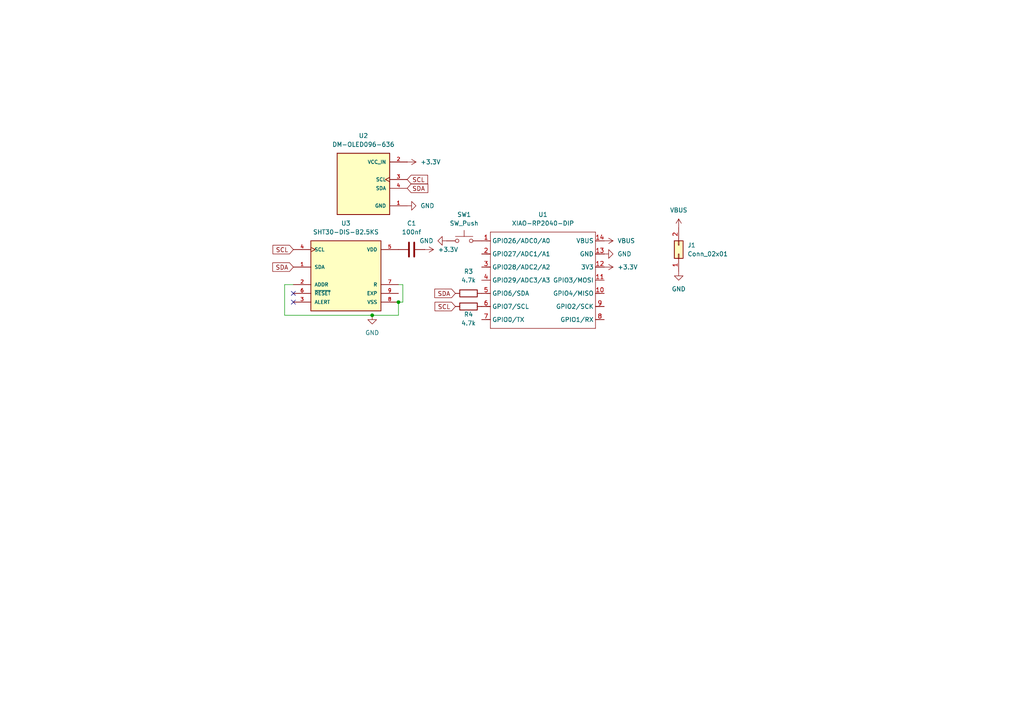
<source format=kicad_sch>
(kicad_sch
	(version 20250114)
	(generator "eeschema")
	(generator_version "9.0")
	(uuid "47070c1a-8710-4d4d-b69f-6d62c6b494f8")
	(paper "A4")
	(lib_symbols
		(symbol "Connector_Generic:Conn_02x01"
			(pin_names
				(offset 1.016)
				(hide yes)
			)
			(exclude_from_sim no)
			(in_bom yes)
			(on_board yes)
			(property "Reference" "J"
				(at 1.27 2.54 0)
				(effects
					(font
						(size 1.27 1.27)
					)
				)
			)
			(property "Value" "Conn_02x01"
				(at 1.27 -2.54 0)
				(effects
					(font
						(size 1.27 1.27)
					)
				)
			)
			(property "Footprint" ""
				(at 0 0 0)
				(effects
					(font
						(size 1.27 1.27)
					)
					(hide yes)
				)
			)
			(property "Datasheet" "~"
				(at 0 0 0)
				(effects
					(font
						(size 1.27 1.27)
					)
					(hide yes)
				)
			)
			(property "Description" "Generic connector, double row, 02x01, this symbol is compatible with counter-clockwise, top-bottom and odd-even numbering schemes., script generated (kicad-library-utils/schlib/autogen/connector/)"
				(at 0 0 0)
				(effects
					(font
						(size 1.27 1.27)
					)
					(hide yes)
				)
			)
			(property "ki_keywords" "connector"
				(at 0 0 0)
				(effects
					(font
						(size 1.27 1.27)
					)
					(hide yes)
				)
			)
			(property "ki_fp_filters" "Connector*:*_2x??_*"
				(at 0 0 0)
				(effects
					(font
						(size 1.27 1.27)
					)
					(hide yes)
				)
			)
			(symbol "Conn_02x01_1_1"
				(rectangle
					(start -1.27 1.27)
					(end 3.81 -1.27)
					(stroke
						(width 0.254)
						(type default)
					)
					(fill
						(type background)
					)
				)
				(rectangle
					(start -1.27 0.127)
					(end 0 -0.127)
					(stroke
						(width 0.1524)
						(type default)
					)
					(fill
						(type none)
					)
				)
				(rectangle
					(start 3.81 0.127)
					(end 2.54 -0.127)
					(stroke
						(width 0.1524)
						(type default)
					)
					(fill
						(type none)
					)
				)
				(pin passive line
					(at -5.08 0 0)
					(length 3.81)
					(name "Pin_1"
						(effects
							(font
								(size 1.27 1.27)
							)
						)
					)
					(number "1"
						(effects
							(font
								(size 1.27 1.27)
							)
						)
					)
				)
				(pin passive line
					(at 7.62 0 180)
					(length 3.81)
					(name "Pin_2"
						(effects
							(font
								(size 1.27 1.27)
							)
						)
					)
					(number "2"
						(effects
							(font
								(size 1.27 1.27)
							)
						)
					)
				)
			)
			(embedded_fonts no)
		)
		(symbol "DM-OLED096-636:DM-OLED096-636"
			(pin_names
				(offset 1.016)
			)
			(exclude_from_sim no)
			(in_bom yes)
			(on_board yes)
			(property "Reference" "U"
				(at -7.62 10.922 0)
				(effects
					(font
						(size 1.27 1.27)
					)
					(justify left bottom)
				)
			)
			(property "Value" "DM-OLED096-636"
				(at -7.62 -10.16 0)
				(effects
					(font
						(size 1.27 1.27)
					)
					(justify left bottom)
				)
			)
			(property "Footprint" "DM-OLED096-636:MODULE_DM-OLED096-636"
				(at 0 0 0)
				(effects
					(font
						(size 1.27 1.27)
					)
					(justify bottom)
					(hide yes)
				)
			)
			(property "Datasheet" ""
				(at 0 0 0)
				(effects
					(font
						(size 1.27 1.27)
					)
					(hide yes)
				)
			)
			(property "Description" ""
				(at 0 0 0)
				(effects
					(font
						(size 1.27 1.27)
					)
					(hide yes)
				)
			)
			(property "MF" "Display Module"
				(at 0 0 0)
				(effects
					(font
						(size 1.27 1.27)
					)
					(justify bottom)
					(hide yes)
				)
			)
			(property "MAXIMUM_PACKAGE_HEIGHT" "11.3 mm"
				(at 0 0 0)
				(effects
					(font
						(size 1.27 1.27)
					)
					(justify bottom)
					(hide yes)
				)
			)
			(property "Package" "Package"
				(at 0 0 0)
				(effects
					(font
						(size 1.27 1.27)
					)
					(justify bottom)
					(hide yes)
				)
			)
			(property "Price" "None"
				(at 0 0 0)
				(effects
					(font
						(size 1.27 1.27)
					)
					(justify bottom)
					(hide yes)
				)
			)
			(property "Check_prices" "https://www.snapeda.com/parts/DM-OLED096-636/Display+Module/view-part/?ref=eda"
				(at 0 0 0)
				(effects
					(font
						(size 1.27 1.27)
					)
					(justify bottom)
					(hide yes)
				)
			)
			(property "STANDARD" "Manufacturer Recommendations"
				(at 0 0 0)
				(effects
					(font
						(size 1.27 1.27)
					)
					(justify bottom)
					(hide yes)
				)
			)
			(property "PARTREV" "2018-09-10"
				(at 0 0 0)
				(effects
					(font
						(size 1.27 1.27)
					)
					(justify bottom)
					(hide yes)
				)
			)
			(property "SnapEDA_Link" "https://www.snapeda.com/parts/DM-OLED096-636/Display+Module/view-part/?ref=snap"
				(at 0 0 0)
				(effects
					(font
						(size 1.27 1.27)
					)
					(justify bottom)
					(hide yes)
				)
			)
			(property "MP" "DM-OLED096-636"
				(at 0 0 0)
				(effects
					(font
						(size 1.27 1.27)
					)
					(justify bottom)
					(hide yes)
				)
			)
			(property "Description_1" "0.96” 128 X 64 MONOCHROME GRAPHIC OLED DISPLAY MODULE - I2C"
				(at 0 0 0)
				(effects
					(font
						(size 1.27 1.27)
					)
					(justify bottom)
					(hide yes)
				)
			)
			(property "Availability" "Not in stock"
				(at 0 0 0)
				(effects
					(font
						(size 1.27 1.27)
					)
					(justify bottom)
					(hide yes)
				)
			)
			(property "MANUFACTURER" "Displaymodule"
				(at 0 0 0)
				(effects
					(font
						(size 1.27 1.27)
					)
					(justify bottom)
					(hide yes)
				)
			)
			(symbol "DM-OLED096-636_0_0"
				(rectangle
					(start -7.62 -7.62)
					(end 7.62 10.16)
					(stroke
						(width 0.254)
						(type default)
					)
					(fill
						(type background)
					)
				)
				(pin power_in line
					(at 12.7 7.62 180)
					(length 5.08)
					(name "VCC_IN"
						(effects
							(font
								(size 1.016 1.016)
							)
						)
					)
					(number "2"
						(effects
							(font
								(size 1.016 1.016)
							)
						)
					)
				)
				(pin input clock
					(at 12.7 2.54 180)
					(length 5.08)
					(name "SCL"
						(effects
							(font
								(size 1.016 1.016)
							)
						)
					)
					(number "3"
						(effects
							(font
								(size 1.016 1.016)
							)
						)
					)
				)
				(pin bidirectional line
					(at 12.7 0 180)
					(length 5.08)
					(name "SDA"
						(effects
							(font
								(size 1.016 1.016)
							)
						)
					)
					(number "4"
						(effects
							(font
								(size 1.016 1.016)
							)
						)
					)
				)
				(pin power_in line
					(at 12.7 -5.08 180)
					(length 5.08)
					(name "GND"
						(effects
							(font
								(size 1.016 1.016)
							)
						)
					)
					(number "1"
						(effects
							(font
								(size 1.016 1.016)
							)
						)
					)
				)
			)
			(embedded_fonts no)
		)
		(symbol "Device:C"
			(pin_numbers
				(hide yes)
			)
			(pin_names
				(offset 0.254)
			)
			(exclude_from_sim no)
			(in_bom yes)
			(on_board yes)
			(property "Reference" "C"
				(at 0.635 2.54 0)
				(effects
					(font
						(size 1.27 1.27)
					)
					(justify left)
				)
			)
			(property "Value" "C"
				(at 0.635 -2.54 0)
				(effects
					(font
						(size 1.27 1.27)
					)
					(justify left)
				)
			)
			(property "Footprint" ""
				(at 0.9652 -3.81 0)
				(effects
					(font
						(size 1.27 1.27)
					)
					(hide yes)
				)
			)
			(property "Datasheet" "~"
				(at 0 0 0)
				(effects
					(font
						(size 1.27 1.27)
					)
					(hide yes)
				)
			)
			(property "Description" "Unpolarized capacitor"
				(at 0 0 0)
				(effects
					(font
						(size 1.27 1.27)
					)
					(hide yes)
				)
			)
			(property "ki_keywords" "cap capacitor"
				(at 0 0 0)
				(effects
					(font
						(size 1.27 1.27)
					)
					(hide yes)
				)
			)
			(property "ki_fp_filters" "C_*"
				(at 0 0 0)
				(effects
					(font
						(size 1.27 1.27)
					)
					(hide yes)
				)
			)
			(symbol "C_0_1"
				(polyline
					(pts
						(xy -2.032 0.762) (xy 2.032 0.762)
					)
					(stroke
						(width 0.508)
						(type default)
					)
					(fill
						(type none)
					)
				)
				(polyline
					(pts
						(xy -2.032 -0.762) (xy 2.032 -0.762)
					)
					(stroke
						(width 0.508)
						(type default)
					)
					(fill
						(type none)
					)
				)
			)
			(symbol "C_1_1"
				(pin passive line
					(at 0 3.81 270)
					(length 2.794)
					(name "~"
						(effects
							(font
								(size 1.27 1.27)
							)
						)
					)
					(number "1"
						(effects
							(font
								(size 1.27 1.27)
							)
						)
					)
				)
				(pin passive line
					(at 0 -3.81 90)
					(length 2.794)
					(name "~"
						(effects
							(font
								(size 1.27 1.27)
							)
						)
					)
					(number "2"
						(effects
							(font
								(size 1.27 1.27)
							)
						)
					)
				)
			)
			(embedded_fonts no)
		)
		(symbol "Device:R"
			(pin_numbers
				(hide yes)
			)
			(pin_names
				(offset 0)
			)
			(exclude_from_sim no)
			(in_bom yes)
			(on_board yes)
			(property "Reference" "R"
				(at 2.032 0 90)
				(effects
					(font
						(size 1.27 1.27)
					)
				)
			)
			(property "Value" "R"
				(at 0 0 90)
				(effects
					(font
						(size 1.27 1.27)
					)
				)
			)
			(property "Footprint" ""
				(at -1.778 0 90)
				(effects
					(font
						(size 1.27 1.27)
					)
					(hide yes)
				)
			)
			(property "Datasheet" "~"
				(at 0 0 0)
				(effects
					(font
						(size 1.27 1.27)
					)
					(hide yes)
				)
			)
			(property "Description" "Resistor"
				(at 0 0 0)
				(effects
					(font
						(size 1.27 1.27)
					)
					(hide yes)
				)
			)
			(property "ki_keywords" "R res resistor"
				(at 0 0 0)
				(effects
					(font
						(size 1.27 1.27)
					)
					(hide yes)
				)
			)
			(property "ki_fp_filters" "R_*"
				(at 0 0 0)
				(effects
					(font
						(size 1.27 1.27)
					)
					(hide yes)
				)
			)
			(symbol "R_0_1"
				(rectangle
					(start -1.016 -2.54)
					(end 1.016 2.54)
					(stroke
						(width 0.254)
						(type default)
					)
					(fill
						(type none)
					)
				)
			)
			(symbol "R_1_1"
				(pin passive line
					(at 0 3.81 270)
					(length 1.27)
					(name "~"
						(effects
							(font
								(size 1.27 1.27)
							)
						)
					)
					(number "1"
						(effects
							(font
								(size 1.27 1.27)
							)
						)
					)
				)
				(pin passive line
					(at 0 -3.81 90)
					(length 1.27)
					(name "~"
						(effects
							(font
								(size 1.27 1.27)
							)
						)
					)
					(number "2"
						(effects
							(font
								(size 1.27 1.27)
							)
						)
					)
				)
			)
			(embedded_fonts no)
		)
		(symbol "SHT30-DIS-B2.5KS:SHT30-DIS-B2.5KS"
			(pin_names
				(offset 1.016)
			)
			(exclude_from_sim no)
			(in_bom yes)
			(on_board yes)
			(property "Reference" "U"
				(at -10.16 11.43 0)
				(effects
					(font
						(size 1.27 1.27)
					)
					(justify left bottom)
				)
			)
			(property "Value" "SHT30-DIS-B2.5KS"
				(at -10.16 -11.43 0)
				(effects
					(font
						(size 1.27 1.27)
					)
					(justify left top)
				)
			)
			(property "Footprint" "SHT30-DIS-B2.5KS:XDCR_SHT30-DIS-B2.5KS"
				(at 0 0 0)
				(effects
					(font
						(size 1.27 1.27)
					)
					(justify bottom)
					(hide yes)
				)
			)
			(property "Datasheet" ""
				(at 0 0 0)
				(effects
					(font
						(size 1.27 1.27)
					)
					(hide yes)
				)
			)
			(property "Description" ""
				(at 0 0 0)
				(effects
					(font
						(size 1.27 1.27)
					)
					(hide yes)
				)
			)
			(property "MF" "Sensirion AG"
				(at 0 0 0)
				(effects
					(font
						(size 1.27 1.27)
					)
					(justify bottom)
					(hide yes)
				)
			)
			(property "Description_1" "SENSOR HUMID/TEMP 5V I2C 3% SMD"
				(at 0 0 0)
				(effects
					(font
						(size 1.27 1.27)
					)
					(justify bottom)
					(hide yes)
				)
			)
			(property "Package" "DFN-8 Sensirion"
				(at 0 0 0)
				(effects
					(font
						(size 1.27 1.27)
					)
					(justify bottom)
					(hide yes)
				)
			)
			(property "Price" "None"
				(at 0 0 0)
				(effects
					(font
						(size 1.27 1.27)
					)
					(justify bottom)
					(hide yes)
				)
			)
			(property "SnapEDA_Link" "https://www.snapeda.com/parts/SHT30-DIS-B2.5KS/Sensirion/view-part/?ref=snap"
				(at 0 0 0)
				(effects
					(font
						(size 1.27 1.27)
					)
					(justify bottom)
					(hide yes)
				)
			)
			(property "MP" "SHT30-DIS-B2.5KS"
				(at 0 0 0)
				(effects
					(font
						(size 1.27 1.27)
					)
					(justify bottom)
					(hide yes)
				)
			)
			(property "Availability" "In Stock"
				(at 0 0 0)
				(effects
					(font
						(size 1.27 1.27)
					)
					(justify bottom)
					(hide yes)
				)
			)
			(property "Check_prices" "https://www.snapeda.com/parts/SHT30-DIS-B2.5KS/Sensirion/view-part/?ref=eda"
				(at 0 0 0)
				(effects
					(font
						(size 1.27 1.27)
					)
					(justify bottom)
					(hide yes)
				)
			)
			(symbol "SHT30-DIS-B2.5KS_0_0"
				(rectangle
					(start -10.16 -10.16)
					(end 10.16 10.16)
					(stroke
						(width 0.254)
						(type default)
					)
					(fill
						(type background)
					)
				)
				(pin bidirectional clock
					(at -15.24 7.62 0)
					(length 5.08)
					(name "SCL"
						(effects
							(font
								(size 1.016 1.016)
							)
						)
					)
					(number "4"
						(effects
							(font
								(size 1.016 1.016)
							)
						)
					)
				)
				(pin bidirectional line
					(at -15.24 2.54 0)
					(length 5.08)
					(name "SDA"
						(effects
							(font
								(size 1.016 1.016)
							)
						)
					)
					(number "1"
						(effects
							(font
								(size 1.016 1.016)
							)
						)
					)
				)
				(pin input line
					(at -15.24 -2.54 0)
					(length 5.08)
					(name "ADDR"
						(effects
							(font
								(size 1.016 1.016)
							)
						)
					)
					(number "2"
						(effects
							(font
								(size 1.016 1.016)
							)
						)
					)
				)
				(pin input line
					(at -15.24 -5.08 0)
					(length 5.08)
					(name "~{RESET}"
						(effects
							(font
								(size 1.016 1.016)
							)
						)
					)
					(number "6"
						(effects
							(font
								(size 1.016 1.016)
							)
						)
					)
				)
				(pin output line
					(at -15.24 -7.62 0)
					(length 5.08)
					(name "ALERT"
						(effects
							(font
								(size 1.016 1.016)
							)
						)
					)
					(number "3"
						(effects
							(font
								(size 1.016 1.016)
							)
						)
					)
				)
				(pin power_in line
					(at 15.24 7.62 180)
					(length 5.08)
					(name "VDD"
						(effects
							(font
								(size 1.016 1.016)
							)
						)
					)
					(number "5"
						(effects
							(font
								(size 1.016 1.016)
							)
						)
					)
				)
				(pin passive line
					(at 15.24 -2.54 180)
					(length 5.08)
					(name "R"
						(effects
							(font
								(size 1.016 1.016)
							)
						)
					)
					(number "7"
						(effects
							(font
								(size 1.016 1.016)
							)
						)
					)
				)
				(pin passive line
					(at 15.24 -5.08 180)
					(length 5.08)
					(name "EXP"
						(effects
							(font
								(size 1.016 1.016)
							)
						)
					)
					(number "9"
						(effects
							(font
								(size 1.016 1.016)
							)
						)
					)
				)
				(pin power_in line
					(at 15.24 -7.62 180)
					(length 5.08)
					(name "VSS"
						(effects
							(font
								(size 1.016 1.016)
							)
						)
					)
					(number "8"
						(effects
							(font
								(size 1.016 1.016)
							)
						)
					)
				)
			)
			(embedded_fonts no)
		)
		(symbol "Seeed_Studio_XIAO_Series:XIAO-RP2040-DIP"
			(exclude_from_sim no)
			(in_bom yes)
			(on_board yes)
			(property "Reference" "U"
				(at 0 0 0)
				(effects
					(font
						(size 1.27 1.27)
					)
				)
			)
			(property "Value" "XIAO-RP2040-DIP"
				(at 5.334 -1.778 0)
				(effects
					(font
						(size 1.27 1.27)
					)
				)
			)
			(property "Footprint" "Module:MOUDLE14P-XIAO-DIP-SMD"
				(at 14.478 -32.258 0)
				(effects
					(font
						(size 1.27 1.27)
					)
					(hide yes)
				)
			)
			(property "Datasheet" ""
				(at 0 0 0)
				(effects
					(font
						(size 1.27 1.27)
					)
					(hide yes)
				)
			)
			(property "Description" ""
				(at 0 0 0)
				(effects
					(font
						(size 1.27 1.27)
					)
					(hide yes)
				)
			)
			(symbol "XIAO-RP2040-DIP_1_0"
				(polyline
					(pts
						(xy -1.27 -2.54) (xy 29.21 -2.54)
					)
					(stroke
						(width 0.1524)
						(type solid)
					)
					(fill
						(type none)
					)
				)
				(polyline
					(pts
						(xy -1.27 -5.08) (xy -2.54 -5.08)
					)
					(stroke
						(width 0.1524)
						(type solid)
					)
					(fill
						(type none)
					)
				)
				(polyline
					(pts
						(xy -1.27 -5.08) (xy -1.27 -2.54)
					)
					(stroke
						(width 0.1524)
						(type solid)
					)
					(fill
						(type none)
					)
				)
				(polyline
					(pts
						(xy -1.27 -8.89) (xy -2.54 -8.89)
					)
					(stroke
						(width 0.1524)
						(type solid)
					)
					(fill
						(type none)
					)
				)
				(polyline
					(pts
						(xy -1.27 -8.89) (xy -1.27 -5.08)
					)
					(stroke
						(width 0.1524)
						(type solid)
					)
					(fill
						(type none)
					)
				)
				(polyline
					(pts
						(xy -1.27 -12.7) (xy -2.54 -12.7)
					)
					(stroke
						(width 0.1524)
						(type solid)
					)
					(fill
						(type none)
					)
				)
				(polyline
					(pts
						(xy -1.27 -12.7) (xy -1.27 -8.89)
					)
					(stroke
						(width 0.1524)
						(type solid)
					)
					(fill
						(type none)
					)
				)
				(polyline
					(pts
						(xy -1.27 -16.51) (xy -2.54 -16.51)
					)
					(stroke
						(width 0.1524)
						(type solid)
					)
					(fill
						(type none)
					)
				)
				(polyline
					(pts
						(xy -1.27 -16.51) (xy -1.27 -12.7)
					)
					(stroke
						(width 0.1524)
						(type solid)
					)
					(fill
						(type none)
					)
				)
				(polyline
					(pts
						(xy -1.27 -20.32) (xy -2.54 -20.32)
					)
					(stroke
						(width 0.1524)
						(type solid)
					)
					(fill
						(type none)
					)
				)
				(polyline
					(pts
						(xy -1.27 -24.13) (xy -2.54 -24.13)
					)
					(stroke
						(width 0.1524)
						(type solid)
					)
					(fill
						(type none)
					)
				)
				(polyline
					(pts
						(xy -1.27 -27.94) (xy -2.54 -27.94)
					)
					(stroke
						(width 0.1524)
						(type solid)
					)
					(fill
						(type none)
					)
				)
				(polyline
					(pts
						(xy -1.27 -30.48) (xy -1.27 -16.51)
					)
					(stroke
						(width 0.1524)
						(type solid)
					)
					(fill
						(type none)
					)
				)
				(polyline
					(pts
						(xy 29.21 -2.54) (xy 29.21 -5.08)
					)
					(stroke
						(width 0.1524)
						(type solid)
					)
					(fill
						(type none)
					)
				)
				(polyline
					(pts
						(xy 29.21 -5.08) (xy 29.21 -8.89)
					)
					(stroke
						(width 0.1524)
						(type solid)
					)
					(fill
						(type none)
					)
				)
				(polyline
					(pts
						(xy 29.21 -8.89) (xy 29.21 -12.7)
					)
					(stroke
						(width 0.1524)
						(type solid)
					)
					(fill
						(type none)
					)
				)
				(polyline
					(pts
						(xy 29.21 -12.7) (xy 29.21 -30.48)
					)
					(stroke
						(width 0.1524)
						(type solid)
					)
					(fill
						(type none)
					)
				)
				(polyline
					(pts
						(xy 29.21 -30.48) (xy -1.27 -30.48)
					)
					(stroke
						(width 0.1524)
						(type solid)
					)
					(fill
						(type none)
					)
				)
				(polyline
					(pts
						(xy 30.48 -5.08) (xy 29.21 -5.08)
					)
					(stroke
						(width 0.1524)
						(type solid)
					)
					(fill
						(type none)
					)
				)
				(polyline
					(pts
						(xy 30.48 -8.89) (xy 29.21 -8.89)
					)
					(stroke
						(width 0.1524)
						(type solid)
					)
					(fill
						(type none)
					)
				)
				(polyline
					(pts
						(xy 30.48 -12.7) (xy 29.21 -12.7)
					)
					(stroke
						(width 0.1524)
						(type solid)
					)
					(fill
						(type none)
					)
				)
				(polyline
					(pts
						(xy 30.48 -16.51) (xy 29.21 -16.51)
					)
					(stroke
						(width 0.1524)
						(type solid)
					)
					(fill
						(type none)
					)
				)
				(polyline
					(pts
						(xy 30.48 -20.32) (xy 29.21 -20.32)
					)
					(stroke
						(width 0.1524)
						(type solid)
					)
					(fill
						(type none)
					)
				)
				(polyline
					(pts
						(xy 30.48 -24.13) (xy 29.21 -24.13)
					)
					(stroke
						(width 0.1524)
						(type solid)
					)
					(fill
						(type none)
					)
				)
				(polyline
					(pts
						(xy 30.48 -27.94) (xy 29.21 -27.94)
					)
					(stroke
						(width 0.1524)
						(type solid)
					)
					(fill
						(type none)
					)
				)
				(pin passive line
					(at -3.81 -5.08 0)
					(length 2.54)
					(name "GPIO26/ADC0/A0"
						(effects
							(font
								(size 1.27 1.27)
							)
						)
					)
					(number "1"
						(effects
							(font
								(size 1.27 1.27)
							)
						)
					)
				)
				(pin passive line
					(at -3.81 -8.89 0)
					(length 2.54)
					(name "GPIO27/ADC1/A1"
						(effects
							(font
								(size 1.27 1.27)
							)
						)
					)
					(number "2"
						(effects
							(font
								(size 1.27 1.27)
							)
						)
					)
				)
				(pin passive line
					(at -3.81 -12.7 0)
					(length 2.54)
					(name "GPIO28/ADC2/A2"
						(effects
							(font
								(size 1.27 1.27)
							)
						)
					)
					(number "3"
						(effects
							(font
								(size 1.27 1.27)
							)
						)
					)
				)
				(pin passive line
					(at -3.81 -16.51 0)
					(length 2.54)
					(name "GPIO29/ADC3/A3"
						(effects
							(font
								(size 1.27 1.27)
							)
						)
					)
					(number "4"
						(effects
							(font
								(size 1.27 1.27)
							)
						)
					)
				)
				(pin passive line
					(at -3.81 -20.32 0)
					(length 2.54)
					(name "GPIO6/SDA"
						(effects
							(font
								(size 1.27 1.27)
							)
						)
					)
					(number "5"
						(effects
							(font
								(size 1.27 1.27)
							)
						)
					)
				)
				(pin passive line
					(at -3.81 -24.13 0)
					(length 2.54)
					(name "GPIO7/SCL"
						(effects
							(font
								(size 1.27 1.27)
							)
						)
					)
					(number "6"
						(effects
							(font
								(size 1.27 1.27)
							)
						)
					)
				)
				(pin passive line
					(at -3.81 -27.94 0)
					(length 2.54)
					(name "GPIO0/TX"
						(effects
							(font
								(size 1.27 1.27)
							)
						)
					)
					(number "7"
						(effects
							(font
								(size 1.27 1.27)
							)
						)
					)
				)
				(pin passive line
					(at 31.75 -5.08 180)
					(length 2.54)
					(name "VBUS"
						(effects
							(font
								(size 1.27 1.27)
							)
						)
					)
					(number "14"
						(effects
							(font
								(size 1.27 1.27)
							)
						)
					)
				)
				(pin passive line
					(at 31.75 -8.89 180)
					(length 2.54)
					(name "GND"
						(effects
							(font
								(size 1.27 1.27)
							)
						)
					)
					(number "13"
						(effects
							(font
								(size 1.27 1.27)
							)
						)
					)
				)
				(pin passive line
					(at 31.75 -12.7 180)
					(length 2.54)
					(name "3V3"
						(effects
							(font
								(size 1.27 1.27)
							)
						)
					)
					(number "12"
						(effects
							(font
								(size 1.27 1.27)
							)
						)
					)
				)
				(pin passive line
					(at 31.75 -16.51 180)
					(length 2.54)
					(name "GPIO3/MOSI"
						(effects
							(font
								(size 1.27 1.27)
							)
						)
					)
					(number "11"
						(effects
							(font
								(size 1.27 1.27)
							)
						)
					)
				)
				(pin passive line
					(at 31.75 -20.32 180)
					(length 2.54)
					(name "GPIO4/MISO"
						(effects
							(font
								(size 1.27 1.27)
							)
						)
					)
					(number "10"
						(effects
							(font
								(size 1.27 1.27)
							)
						)
					)
				)
				(pin passive line
					(at 31.75 -24.13 180)
					(length 2.54)
					(name "GPIO2/SCK"
						(effects
							(font
								(size 1.27 1.27)
							)
						)
					)
					(number "9"
						(effects
							(font
								(size 1.27 1.27)
							)
						)
					)
				)
				(pin passive line
					(at 31.75 -27.94 180)
					(length 2.54)
					(name "GPIO1/RX"
						(effects
							(font
								(size 1.27 1.27)
							)
						)
					)
					(number "8"
						(effects
							(font
								(size 1.27 1.27)
							)
						)
					)
				)
			)
			(embedded_fonts no)
		)
		(symbol "Switch:SW_Push"
			(pin_numbers
				(hide yes)
			)
			(pin_names
				(offset 1.016)
				(hide yes)
			)
			(exclude_from_sim no)
			(in_bom yes)
			(on_board yes)
			(property "Reference" "SW"
				(at 1.27 2.54 0)
				(effects
					(font
						(size 1.27 1.27)
					)
					(justify left)
				)
			)
			(property "Value" "SW_Push"
				(at 0 -1.524 0)
				(effects
					(font
						(size 1.27 1.27)
					)
				)
			)
			(property "Footprint" ""
				(at 0 5.08 0)
				(effects
					(font
						(size 1.27 1.27)
					)
					(hide yes)
				)
			)
			(property "Datasheet" "~"
				(at 0 5.08 0)
				(effects
					(font
						(size 1.27 1.27)
					)
					(hide yes)
				)
			)
			(property "Description" "Push button switch, generic, two pins"
				(at 0 0 0)
				(effects
					(font
						(size 1.27 1.27)
					)
					(hide yes)
				)
			)
			(property "ki_keywords" "switch normally-open pushbutton push-button"
				(at 0 0 0)
				(effects
					(font
						(size 1.27 1.27)
					)
					(hide yes)
				)
			)
			(symbol "SW_Push_0_1"
				(circle
					(center -2.032 0)
					(radius 0.508)
					(stroke
						(width 0)
						(type default)
					)
					(fill
						(type none)
					)
				)
				(polyline
					(pts
						(xy 0 1.27) (xy 0 3.048)
					)
					(stroke
						(width 0)
						(type default)
					)
					(fill
						(type none)
					)
				)
				(circle
					(center 2.032 0)
					(radius 0.508)
					(stroke
						(width 0)
						(type default)
					)
					(fill
						(type none)
					)
				)
				(polyline
					(pts
						(xy 2.54 1.27) (xy -2.54 1.27)
					)
					(stroke
						(width 0)
						(type default)
					)
					(fill
						(type none)
					)
				)
				(pin passive line
					(at -5.08 0 0)
					(length 2.54)
					(name "1"
						(effects
							(font
								(size 1.27 1.27)
							)
						)
					)
					(number "1"
						(effects
							(font
								(size 1.27 1.27)
							)
						)
					)
				)
				(pin passive line
					(at 5.08 0 180)
					(length 2.54)
					(name "2"
						(effects
							(font
								(size 1.27 1.27)
							)
						)
					)
					(number "2"
						(effects
							(font
								(size 1.27 1.27)
							)
						)
					)
				)
			)
			(embedded_fonts no)
		)
		(symbol "power:+3.3V"
			(power)
			(pin_numbers
				(hide yes)
			)
			(pin_names
				(offset 0)
				(hide yes)
			)
			(exclude_from_sim no)
			(in_bom yes)
			(on_board yes)
			(property "Reference" "#PWR"
				(at 0 -3.81 0)
				(effects
					(font
						(size 1.27 1.27)
					)
					(hide yes)
				)
			)
			(property "Value" "+3.3V"
				(at 0 3.556 0)
				(effects
					(font
						(size 1.27 1.27)
					)
				)
			)
			(property "Footprint" ""
				(at 0 0 0)
				(effects
					(font
						(size 1.27 1.27)
					)
					(hide yes)
				)
			)
			(property "Datasheet" ""
				(at 0 0 0)
				(effects
					(font
						(size 1.27 1.27)
					)
					(hide yes)
				)
			)
			(property "Description" "Power symbol creates a global label with name \"+3.3V\""
				(at 0 0 0)
				(effects
					(font
						(size 1.27 1.27)
					)
					(hide yes)
				)
			)
			(property "ki_keywords" "global power"
				(at 0 0 0)
				(effects
					(font
						(size 1.27 1.27)
					)
					(hide yes)
				)
			)
			(symbol "+3.3V_0_1"
				(polyline
					(pts
						(xy -0.762 1.27) (xy 0 2.54)
					)
					(stroke
						(width 0)
						(type default)
					)
					(fill
						(type none)
					)
				)
				(polyline
					(pts
						(xy 0 2.54) (xy 0.762 1.27)
					)
					(stroke
						(width 0)
						(type default)
					)
					(fill
						(type none)
					)
				)
				(polyline
					(pts
						(xy 0 0) (xy 0 2.54)
					)
					(stroke
						(width 0)
						(type default)
					)
					(fill
						(type none)
					)
				)
			)
			(symbol "+3.3V_1_1"
				(pin power_in line
					(at 0 0 90)
					(length 0)
					(name "~"
						(effects
							(font
								(size 1.27 1.27)
							)
						)
					)
					(number "1"
						(effects
							(font
								(size 1.27 1.27)
							)
						)
					)
				)
			)
			(embedded_fonts no)
		)
		(symbol "power:GND"
			(power)
			(pin_numbers
				(hide yes)
			)
			(pin_names
				(offset 0)
				(hide yes)
			)
			(exclude_from_sim no)
			(in_bom yes)
			(on_board yes)
			(property "Reference" "#PWR"
				(at 0 -6.35 0)
				(effects
					(font
						(size 1.27 1.27)
					)
					(hide yes)
				)
			)
			(property "Value" "GND"
				(at 0 -3.81 0)
				(effects
					(font
						(size 1.27 1.27)
					)
				)
			)
			(property "Footprint" ""
				(at 0 0 0)
				(effects
					(font
						(size 1.27 1.27)
					)
					(hide yes)
				)
			)
			(property "Datasheet" ""
				(at 0 0 0)
				(effects
					(font
						(size 1.27 1.27)
					)
					(hide yes)
				)
			)
			(property "Description" "Power symbol creates a global label with name \"GND\" , ground"
				(at 0 0 0)
				(effects
					(font
						(size 1.27 1.27)
					)
					(hide yes)
				)
			)
			(property "ki_keywords" "global power"
				(at 0 0 0)
				(effects
					(font
						(size 1.27 1.27)
					)
					(hide yes)
				)
			)
			(symbol "GND_0_1"
				(polyline
					(pts
						(xy 0 0) (xy 0 -1.27) (xy 1.27 -1.27) (xy 0 -2.54) (xy -1.27 -1.27) (xy 0 -1.27)
					)
					(stroke
						(width 0)
						(type default)
					)
					(fill
						(type none)
					)
				)
			)
			(symbol "GND_1_1"
				(pin power_in line
					(at 0 0 270)
					(length 0)
					(name "~"
						(effects
							(font
								(size 1.27 1.27)
							)
						)
					)
					(number "1"
						(effects
							(font
								(size 1.27 1.27)
							)
						)
					)
				)
			)
			(embedded_fonts no)
		)
		(symbol "power:VBUS"
			(power)
			(pin_numbers
				(hide yes)
			)
			(pin_names
				(offset 0)
				(hide yes)
			)
			(exclude_from_sim no)
			(in_bom yes)
			(on_board yes)
			(property "Reference" "#PWR"
				(at 0 -3.81 0)
				(effects
					(font
						(size 1.27 1.27)
					)
					(hide yes)
				)
			)
			(property "Value" "VBUS"
				(at 0 3.556 0)
				(effects
					(font
						(size 1.27 1.27)
					)
				)
			)
			(property "Footprint" ""
				(at 0 0 0)
				(effects
					(font
						(size 1.27 1.27)
					)
					(hide yes)
				)
			)
			(property "Datasheet" ""
				(at 0 0 0)
				(effects
					(font
						(size 1.27 1.27)
					)
					(hide yes)
				)
			)
			(property "Description" "Power symbol creates a global label with name \"VBUS\""
				(at 0 0 0)
				(effects
					(font
						(size 1.27 1.27)
					)
					(hide yes)
				)
			)
			(property "ki_keywords" "global power"
				(at 0 0 0)
				(effects
					(font
						(size 1.27 1.27)
					)
					(hide yes)
				)
			)
			(symbol "VBUS_0_1"
				(polyline
					(pts
						(xy -0.762 1.27) (xy 0 2.54)
					)
					(stroke
						(width 0)
						(type default)
					)
					(fill
						(type none)
					)
				)
				(polyline
					(pts
						(xy 0 2.54) (xy 0.762 1.27)
					)
					(stroke
						(width 0)
						(type default)
					)
					(fill
						(type none)
					)
				)
				(polyline
					(pts
						(xy 0 0) (xy 0 2.54)
					)
					(stroke
						(width 0)
						(type default)
					)
					(fill
						(type none)
					)
				)
			)
			(symbol "VBUS_1_1"
				(pin power_in line
					(at 0 0 90)
					(length 0)
					(name "~"
						(effects
							(font
								(size 1.27 1.27)
							)
						)
					)
					(number "1"
						(effects
							(font
								(size 1.27 1.27)
							)
						)
					)
				)
			)
			(embedded_fonts no)
		)
	)
	(junction
		(at 115.57 87.63)
		(diameter 0)
		(color 0 0 0 0)
		(uuid "57a06a84-f5f7-48d8-b9cc-4af1b5edd5cc")
	)
	(junction
		(at 107.95 91.44)
		(diameter 0)
		(color 0 0 0 0)
		(uuid "f12b22e9-abdb-4ab8-b030-702d7eaf6520")
	)
	(no_connect
		(at 85.09 87.63)
		(uuid "25c451f7-7efd-4ec9-b3b7-bc6a93cddfc6")
	)
	(no_connect
		(at 85.09 85.09)
		(uuid "d57fe993-10d0-4c22-a801-d71ac90c3e26")
	)
	(wire
		(pts
			(xy 82.55 82.55) (xy 82.55 91.44)
		)
		(stroke
			(width 0)
			(type default)
		)
		(uuid "3a2a21ee-f4d3-4bd9-afa9-cbef45eead23")
	)
	(wire
		(pts
			(xy 82.55 91.44) (xy 107.95 91.44)
		)
		(stroke
			(width 0)
			(type default)
		)
		(uuid "7c0b3823-e87c-48be-912d-3a6f05f8dc81")
	)
	(wire
		(pts
			(xy 116.84 82.55) (xy 116.84 87.63)
		)
		(stroke
			(width 0)
			(type default)
		)
		(uuid "7c3c1fa1-83a2-4e3c-a028-41fe5b19961a")
	)
	(wire
		(pts
			(xy 116.84 87.63) (xy 115.57 87.63)
		)
		(stroke
			(width 0)
			(type default)
		)
		(uuid "9e03d924-1a84-44bb-b6ce-7db6397518b2")
	)
	(wire
		(pts
			(xy 85.09 82.55) (xy 82.55 82.55)
		)
		(stroke
			(width 0)
			(type default)
		)
		(uuid "be928c7c-4c3e-438d-a098-baa0cbd813d2")
	)
	(wire
		(pts
			(xy 116.84 82.55) (xy 115.57 82.55)
		)
		(stroke
			(width 0)
			(type default)
		)
		(uuid "ed06a7c5-5d35-4951-8610-1f4d5dd07d04")
	)
	(wire
		(pts
			(xy 107.95 91.44) (xy 115.57 91.44)
		)
		(stroke
			(width 0)
			(type default)
		)
		(uuid "ef6bdbe3-bb6d-4f4d-aaaa-7baf2493c951")
	)
	(wire
		(pts
			(xy 115.57 87.63) (xy 115.57 91.44)
		)
		(stroke
			(width 0)
			(type default)
		)
		(uuid "f3ffa22a-6843-4546-84e2-50e4a05bee12")
	)
	(global_label "SCL"
		(shape input)
		(at 118.11 52.07 0)
		(fields_autoplaced yes)
		(effects
			(font
				(size 1.27 1.27)
			)
			(justify left)
		)
		(uuid "1597ad9f-ea56-4a25-88af-c94be1369ac4")
		(property "Intersheetrefs" "${INTERSHEET_REFS}"
			(at 124.6028 52.07 0)
			(effects
				(font
					(size 1.27 1.27)
				)
				(justify left)
				(hide yes)
			)
		)
	)
	(global_label "SDA"
		(shape input)
		(at 85.09 77.47 180)
		(fields_autoplaced yes)
		(effects
			(font
				(size 1.27 1.27)
			)
			(justify right)
		)
		(uuid "5898b6cd-ad5b-4681-8052-58b591322ab9")
		(property "Intersheetrefs" "${INTERSHEET_REFS}"
			(at 78.5367 77.47 0)
			(effects
				(font
					(size 1.27 1.27)
				)
				(justify right)
				(hide yes)
			)
		)
	)
	(global_label "SDA"
		(shape input)
		(at 118.11 54.61 0)
		(fields_autoplaced yes)
		(effects
			(font
				(size 1.27 1.27)
			)
			(justify left)
		)
		(uuid "798e5366-240b-4424-b7ec-27905dfea391")
		(property "Intersheetrefs" "${INTERSHEET_REFS}"
			(at 124.6633 54.61 0)
			(effects
				(font
					(size 1.27 1.27)
				)
				(justify left)
				(hide yes)
			)
		)
	)
	(global_label "SDA"
		(shape input)
		(at 132.08 85.09 180)
		(fields_autoplaced yes)
		(effects
			(font
				(size 1.27 1.27)
			)
			(justify right)
		)
		(uuid "b0119287-1f5d-4bf1-8bf3-f760e38949ff")
		(property "Intersheetrefs" "${INTERSHEET_REFS}"
			(at 125.5267 85.09 0)
			(effects
				(font
					(size 1.27 1.27)
				)
				(justify right)
				(hide yes)
			)
		)
	)
	(global_label "SCL"
		(shape input)
		(at 132.08 88.9 180)
		(fields_autoplaced yes)
		(effects
			(font
				(size 1.27 1.27)
			)
			(justify right)
		)
		(uuid "da2ee986-410b-4d92-b734-3eb981222aea")
		(property "Intersheetrefs" "${INTERSHEET_REFS}"
			(at 125.5872 88.9 0)
			(effects
				(font
					(size 1.27 1.27)
				)
				(justify right)
				(hide yes)
			)
		)
	)
	(global_label "SCL"
		(shape input)
		(at 85.09 72.39 180)
		(fields_autoplaced yes)
		(effects
			(font
				(size 1.27 1.27)
			)
			(justify right)
		)
		(uuid "f1259305-c50d-4635-bf1a-02ed0a29d271")
		(property "Intersheetrefs" "${INTERSHEET_REFS}"
			(at 78.5972 72.39 0)
			(effects
				(font
					(size 1.27 1.27)
				)
				(justify right)
				(hide yes)
			)
		)
	)
	(symbol
		(lib_id "power:VBUS")
		(at 196.85 66.04 0)
		(unit 1)
		(exclude_from_sim no)
		(in_bom yes)
		(on_board yes)
		(dnp no)
		(fields_autoplaced yes)
		(uuid "25af0550-fa5e-4560-a73e-ff834d9a26f2")
		(property "Reference" "#PWR08"
			(at 196.85 69.85 0)
			(effects
				(font
					(size 1.27 1.27)
				)
				(hide yes)
			)
		)
		(property "Value" "VBUS"
			(at 196.85 60.96 0)
			(effects
				(font
					(size 1.27 1.27)
				)
			)
		)
		(property "Footprint" ""
			(at 196.85 66.04 0)
			(effects
				(font
					(size 1.27 1.27)
				)
				(hide yes)
			)
		)
		(property "Datasheet" ""
			(at 196.85 66.04 0)
			(effects
				(font
					(size 1.27 1.27)
				)
				(hide yes)
			)
		)
		(property "Description" "Power symbol creates a global label with name \"VBUS\""
			(at 196.85 66.04 0)
			(effects
				(font
					(size 1.27 1.27)
				)
				(hide yes)
			)
		)
		(pin "1"
			(uuid "ba701055-7e37-4b7d-b6d6-a7d137848d01")
		)
		(instances
			(project ""
				(path "/47070c1a-8710-4d4d-b69f-6d62c6b494f8"
					(reference "#PWR08")
					(unit 1)
				)
			)
		)
	)
	(symbol
		(lib_id "power:GND")
		(at 107.95 91.44 0)
		(unit 1)
		(exclude_from_sim no)
		(in_bom yes)
		(on_board yes)
		(dnp no)
		(fields_autoplaced yes)
		(uuid "25affd88-e9ac-4683-bd11-3b5f7c5f1a7f")
		(property "Reference" "#PWR01"
			(at 107.95 97.79 0)
			(effects
				(font
					(size 1.27 1.27)
				)
				(hide yes)
			)
		)
		(property "Value" "GND"
			(at 107.95 96.52 0)
			(effects
				(font
					(size 1.27 1.27)
				)
			)
		)
		(property "Footprint" ""
			(at 107.95 91.44 0)
			(effects
				(font
					(size 1.27 1.27)
				)
				(hide yes)
			)
		)
		(property "Datasheet" ""
			(at 107.95 91.44 0)
			(effects
				(font
					(size 1.27 1.27)
				)
				(hide yes)
			)
		)
		(property "Description" "Power symbol creates a global label with name \"GND\" , ground"
			(at 107.95 91.44 0)
			(effects
				(font
					(size 1.27 1.27)
				)
				(hide yes)
			)
		)
		(pin "1"
			(uuid "5fdf9599-2f1c-4974-a357-5de90019977b")
		)
		(instances
			(project ""
				(path "/47070c1a-8710-4d4d-b69f-6d62c6b494f8"
					(reference "#PWR01")
					(unit 1)
				)
			)
		)
	)
	(symbol
		(lib_id "Device:C")
		(at 119.38 72.39 90)
		(unit 1)
		(exclude_from_sim no)
		(in_bom yes)
		(on_board yes)
		(dnp no)
		(fields_autoplaced yes)
		(uuid "2e5142f0-1d5f-43db-8faf-9cc6e1747f01")
		(property "Reference" "C1"
			(at 119.38 64.77 90)
			(effects
				(font
					(size 1.27 1.27)
				)
			)
		)
		(property "Value" "100nf"
			(at 119.38 67.31 90)
			(effects
				(font
					(size 1.27 1.27)
				)
			)
		)
		(property "Footprint" "Capacitor_SMD:C_0402_1005Metric"
			(at 123.19 71.4248 0)
			(effects
				(font
					(size 1.27 1.27)
				)
				(hide yes)
			)
		)
		(property "Datasheet" "~"
			(at 119.38 72.39 0)
			(effects
				(font
					(size 1.27 1.27)
				)
				(hide yes)
			)
		)
		(property "Description" "Unpolarized capacitor"
			(at 119.38 72.39 0)
			(effects
				(font
					(size 1.27 1.27)
				)
				(hide yes)
			)
		)
		(pin "2"
			(uuid "d4f97b8a-442e-44a1-85d9-c88d60b29b3b")
		)
		(pin "1"
			(uuid "bd88dd06-8d64-4f34-b5a9-a917d5e6333e")
		)
		(instances
			(project ""
				(path "/47070c1a-8710-4d4d-b69f-6d62c6b494f8"
					(reference "C1")
					(unit 1)
				)
			)
		)
	)
	(symbol
		(lib_id "power:+3.3V")
		(at 123.19 72.39 270)
		(unit 1)
		(exclude_from_sim no)
		(in_bom yes)
		(on_board yes)
		(dnp no)
		(fields_autoplaced yes)
		(uuid "32b69be0-b7cb-4f2d-bd74-07dd425a9c19")
		(property "Reference" "#PWR06"
			(at 119.38 72.39 0)
			(effects
				(font
					(size 1.27 1.27)
				)
				(hide yes)
			)
		)
		(property "Value" "+3.3V"
			(at 127 72.3899 90)
			(effects
				(font
					(size 1.27 1.27)
				)
				(justify left)
			)
		)
		(property "Footprint" ""
			(at 123.19 72.39 0)
			(effects
				(font
					(size 1.27 1.27)
				)
				(hide yes)
			)
		)
		(property "Datasheet" ""
			(at 123.19 72.39 0)
			(effects
				(font
					(size 1.27 1.27)
				)
				(hide yes)
			)
		)
		(property "Description" "Power symbol creates a global label with name \"+3.3V\""
			(at 123.19 72.39 0)
			(effects
				(font
					(size 1.27 1.27)
				)
				(hide yes)
			)
		)
		(pin "1"
			(uuid "330761f3-64d1-445f-95ff-95c3c10584bb")
		)
		(instances
			(project "ThermoPad"
				(path "/47070c1a-8710-4d4d-b69f-6d62c6b494f8"
					(reference "#PWR06")
					(unit 1)
				)
			)
		)
	)
	(symbol
		(lib_id "power:GND")
		(at 175.26 73.66 90)
		(unit 1)
		(exclude_from_sim no)
		(in_bom yes)
		(on_board yes)
		(dnp no)
		(fields_autoplaced yes)
		(uuid "333f0239-3004-452c-92bd-02e48da51d67")
		(property "Reference" "#PWR03"
			(at 181.61 73.66 0)
			(effects
				(font
					(size 1.27 1.27)
				)
				(hide yes)
			)
		)
		(property "Value" "GND"
			(at 179.07 73.6599 90)
			(effects
				(font
					(size 1.27 1.27)
				)
				(justify right)
			)
		)
		(property "Footprint" ""
			(at 175.26 73.66 0)
			(effects
				(font
					(size 1.27 1.27)
				)
				(hide yes)
			)
		)
		(property "Datasheet" ""
			(at 175.26 73.66 0)
			(effects
				(font
					(size 1.27 1.27)
				)
				(hide yes)
			)
		)
		(property "Description" "Power symbol creates a global label with name \"GND\" , ground"
			(at 175.26 73.66 0)
			(effects
				(font
					(size 1.27 1.27)
				)
				(hide yes)
			)
		)
		(pin "1"
			(uuid "24fc190d-d550-41d3-b3b4-33215ff9e030")
		)
		(instances
			(project "ThermoPad"
				(path "/47070c1a-8710-4d4d-b69f-6d62c6b494f8"
					(reference "#PWR03")
					(unit 1)
				)
			)
		)
	)
	(symbol
		(lib_id "Switch:SW_Push")
		(at 134.62 69.85 0)
		(unit 1)
		(exclude_from_sim no)
		(in_bom yes)
		(on_board yes)
		(dnp no)
		(fields_autoplaced yes)
		(uuid "34d4fcbb-9798-4016-81d9-b39891599dac")
		(property "Reference" "SW1"
			(at 134.62 62.23 0)
			(effects
				(font
					(size 1.27 1.27)
				)
			)
		)
		(property "Value" "SW_Push"
			(at 134.62 64.77 0)
			(effects
				(font
					(size 1.27 1.27)
				)
			)
		)
		(property "Footprint" "Button_Switch_THT:SW_PUSH_6mm_H4.3mm"
			(at 134.62 64.77 0)
			(effects
				(font
					(size 1.27 1.27)
				)
				(hide yes)
			)
		)
		(property "Datasheet" "~"
			(at 134.62 64.77 0)
			(effects
				(font
					(size 1.27 1.27)
				)
				(hide yes)
			)
		)
		(property "Description" "Push button switch, generic, two pins"
			(at 134.62 69.85 0)
			(effects
				(font
					(size 1.27 1.27)
				)
				(hide yes)
			)
		)
		(pin "1"
			(uuid "6b065a98-80e5-4c1d-8dcf-f2f1c23e5cf2")
		)
		(pin "2"
			(uuid "16fdf60e-6380-4359-a4e3-71a9a89e456f")
		)
		(instances
			(project ""
				(path "/47070c1a-8710-4d4d-b69f-6d62c6b494f8"
					(reference "SW1")
					(unit 1)
				)
			)
		)
	)
	(symbol
		(lib_id "Device:R")
		(at 135.89 88.9 90)
		(unit 1)
		(exclude_from_sim no)
		(in_bom yes)
		(on_board yes)
		(dnp no)
		(uuid "4aff55b1-2dd8-40fa-9df6-bcbb30f4f6b5")
		(property "Reference" "R4"
			(at 135.89 91.186 90)
			(effects
				(font
					(size 1.27 1.27)
				)
			)
		)
		(property "Value" "4.7k"
			(at 135.89 93.726 90)
			(effects
				(font
					(size 1.27 1.27)
				)
			)
		)
		(property "Footprint" "Resistor_SMD:R_0402_1005Metric"
			(at 135.89 90.678 90)
			(effects
				(font
					(size 1.27 1.27)
				)
				(hide yes)
			)
		)
		(property "Datasheet" "~"
			(at 135.89 88.9 0)
			(effects
				(font
					(size 1.27 1.27)
				)
				(hide yes)
			)
		)
		(property "Description" "Resistor"
			(at 135.89 88.9 0)
			(effects
				(font
					(size 1.27 1.27)
				)
				(hide yes)
			)
		)
		(pin "2"
			(uuid "a020e32e-392e-47dd-b836-00c2dbc6bcbb")
		)
		(pin "1"
			(uuid "c23aec6f-4171-4b7f-b675-909593f33756")
		)
		(instances
			(project "ThermoPad"
				(path "/47070c1a-8710-4d4d-b69f-6d62c6b494f8"
					(reference "R4")
					(unit 1)
				)
			)
		)
	)
	(symbol
		(lib_id "Seeed_Studio_XIAO_Series:XIAO-RP2040-DIP")
		(at 143.51 64.77 0)
		(unit 1)
		(exclude_from_sim no)
		(in_bom yes)
		(on_board yes)
		(dnp no)
		(fields_autoplaced yes)
		(uuid "522b97f5-b3b9-4fc5-864e-315c30195c63")
		(property "Reference" "U1"
			(at 157.48 62.23 0)
			(effects
				(font
					(size 1.27 1.27)
				)
			)
		)
		(property "Value" "XIAO-RP2040-DIP"
			(at 157.48 64.77 0)
			(effects
				(font
					(size 1.27 1.27)
				)
			)
		)
		(property "Footprint" "footprints:XIAO-RP2040-DIP"
			(at 157.988 97.028 0)
			(effects
				(font
					(size 1.27 1.27)
				)
				(hide yes)
			)
		)
		(property "Datasheet" ""
			(at 143.51 64.77 0)
			(effects
				(font
					(size 1.27 1.27)
				)
				(hide yes)
			)
		)
		(property "Description" ""
			(at 143.51 64.77 0)
			(effects
				(font
					(size 1.27 1.27)
				)
				(hide yes)
			)
		)
		(pin "14"
			(uuid "a14fd18c-5f3f-4ed4-aff8-c3b0db8cf3c4")
		)
		(pin "11"
			(uuid "4a66b211-58b5-4995-bb25-af0701bb9573")
		)
		(pin "4"
			(uuid "14d2b497-c7bd-442a-b26f-458537ce5e4a")
		)
		(pin "5"
			(uuid "7b9502f1-54b2-4bf9-999a-2551d3f03eac")
		)
		(pin "12"
			(uuid "17dc35a4-3d55-432e-8749-b356a0cc64a2")
		)
		(pin "10"
			(uuid "0d835031-130f-440c-97d5-2c5c70e649be")
		)
		(pin "3"
			(uuid "c28f270d-56d0-4852-b937-5343356da7ff")
		)
		(pin "2"
			(uuid "625fac6e-0764-4465-b837-ac889b2a73e8")
		)
		(pin "9"
			(uuid "27ad1cf4-b256-42f1-a527-fe2e47da5f42")
		)
		(pin "7"
			(uuid "73f0c18f-d095-4523-a4a7-cdbfc86d398b")
		)
		(pin "8"
			(uuid "c1f3d5c0-91d7-46c6-82e4-1905645eca90")
		)
		(pin "1"
			(uuid "6bfe17f7-5bd3-4c15-91d4-afb9514adb0e")
		)
		(pin "6"
			(uuid "e45cbb68-ca7c-4bdf-a3bc-de4d8a3078f9")
		)
		(pin "13"
			(uuid "5c62fa95-9b64-4df4-aacc-95b890df4ce1")
		)
		(instances
			(project ""
				(path "/47070c1a-8710-4d4d-b69f-6d62c6b494f8"
					(reference "U1")
					(unit 1)
				)
			)
		)
	)
	(symbol
		(lib_id "Connector_Generic:Conn_02x01")
		(at 196.85 73.66 90)
		(unit 1)
		(exclude_from_sim no)
		(in_bom yes)
		(on_board yes)
		(dnp no)
		(fields_autoplaced yes)
		(uuid "6987bace-5ec4-4c31-bf76-7dd790c8f817")
		(property "Reference" "J1"
			(at 199.39 71.1199 90)
			(effects
				(font
					(size 1.27 1.27)
				)
				(justify right)
			)
		)
		(property "Value" "Conn_02x01"
			(at 199.39 73.6599 90)
			(effects
				(font
					(size 1.27 1.27)
				)
				(justify right)
			)
		)
		(property "Footprint" "Connector_PinHeader_2.54mm:PinHeader_1x02_P2.54mm_Horizontal"
			(at 196.85 73.66 0)
			(effects
				(font
					(size 1.27 1.27)
				)
				(hide yes)
			)
		)
		(property "Datasheet" "~"
			(at 196.85 73.66 0)
			(effects
				(font
					(size 1.27 1.27)
				)
				(hide yes)
			)
		)
		(property "Description" "Generic connector, double row, 02x01, this symbol is compatible with counter-clockwise, top-bottom and odd-even numbering schemes., script generated (kicad-library-utils/schlib/autogen/connector/)"
			(at 196.85 73.66 0)
			(effects
				(font
					(size 1.27 1.27)
				)
				(hide yes)
			)
		)
		(pin "2"
			(uuid "e10c2ff2-0236-4641-a4a1-181e3e87fe9c")
		)
		(pin "1"
			(uuid "cfa77d7e-5ea3-46f9-841d-18045afdd784")
		)
		(instances
			(project ""
				(path "/47070c1a-8710-4d4d-b69f-6d62c6b494f8"
					(reference "J1")
					(unit 1)
				)
			)
		)
	)
	(symbol
		(lib_id "Device:R")
		(at 135.89 85.09 90)
		(unit 1)
		(exclude_from_sim no)
		(in_bom yes)
		(on_board yes)
		(dnp no)
		(fields_autoplaced yes)
		(uuid "6dc41f63-5654-408f-910f-bbb321ef6884")
		(property "Reference" "R3"
			(at 135.89 78.74 90)
			(effects
				(font
					(size 1.27 1.27)
				)
			)
		)
		(property "Value" "4.7k"
			(at 135.89 81.28 90)
			(effects
				(font
					(size 1.27 1.27)
				)
			)
		)
		(property "Footprint" "Resistor_SMD:R_0402_1005Metric"
			(at 135.89 86.868 90)
			(effects
				(font
					(size 1.27 1.27)
				)
				(hide yes)
			)
		)
		(property "Datasheet" "~"
			(at 135.89 85.09 0)
			(effects
				(font
					(size 1.27 1.27)
				)
				(hide yes)
			)
		)
		(property "Description" "Resistor"
			(at 135.89 85.09 0)
			(effects
				(font
					(size 1.27 1.27)
				)
				(hide yes)
			)
		)
		(pin "2"
			(uuid "f7624b8c-617b-4a0e-afc2-23248326cd42")
		)
		(pin "1"
			(uuid "7776c30d-4221-48b9-9989-d617ac7f282b")
		)
		(instances
			(project "ThermoPad"
				(path "/47070c1a-8710-4d4d-b69f-6d62c6b494f8"
					(reference "R3")
					(unit 1)
				)
			)
		)
	)
	(symbol
		(lib_id "power:+3.3V")
		(at 175.26 77.47 270)
		(unit 1)
		(exclude_from_sim no)
		(in_bom yes)
		(on_board yes)
		(dnp no)
		(fields_autoplaced yes)
		(uuid "9ee2bcc4-5bb0-45ab-b3e8-769c392287bc")
		(property "Reference" "#PWR04"
			(at 171.45 77.47 0)
			(effects
				(font
					(size 1.27 1.27)
				)
				(hide yes)
			)
		)
		(property "Value" "+3.3V"
			(at 179.07 77.4699 90)
			(effects
				(font
					(size 1.27 1.27)
				)
				(justify left)
			)
		)
		(property "Footprint" ""
			(at 175.26 77.47 0)
			(effects
				(font
					(size 1.27 1.27)
				)
				(hide yes)
			)
		)
		(property "Datasheet" ""
			(at 175.26 77.47 0)
			(effects
				(font
					(size 1.27 1.27)
				)
				(hide yes)
			)
		)
		(property "Description" "Power symbol creates a global label with name \"+3.3V\""
			(at 175.26 77.47 0)
			(effects
				(font
					(size 1.27 1.27)
				)
				(hide yes)
			)
		)
		(pin "1"
			(uuid "92210ead-6a83-4192-9cd6-54bfeb95443f")
		)
		(instances
			(project ""
				(path "/47070c1a-8710-4d4d-b69f-6d62c6b494f8"
					(reference "#PWR04")
					(unit 1)
				)
			)
		)
	)
	(symbol
		(lib_id "power:VBUS")
		(at 175.26 69.85 270)
		(unit 1)
		(exclude_from_sim no)
		(in_bom yes)
		(on_board yes)
		(dnp no)
		(fields_autoplaced yes)
		(uuid "cb558d63-3f5e-450c-a5db-6816e7a25a2c")
		(property "Reference" "#PWR010"
			(at 171.45 69.85 0)
			(effects
				(font
					(size 1.27 1.27)
				)
				(hide yes)
			)
		)
		(property "Value" "VBUS"
			(at 179.07 69.8499 90)
			(effects
				(font
					(size 1.27 1.27)
				)
				(justify left)
			)
		)
		(property "Footprint" ""
			(at 175.26 69.85 0)
			(effects
				(font
					(size 1.27 1.27)
				)
				(hide yes)
			)
		)
		(property "Datasheet" ""
			(at 175.26 69.85 0)
			(effects
				(font
					(size 1.27 1.27)
				)
				(hide yes)
			)
		)
		(property "Description" "Power symbol creates a global label with name \"VBUS\""
			(at 175.26 69.85 0)
			(effects
				(font
					(size 1.27 1.27)
				)
				(hide yes)
			)
		)
		(pin "1"
			(uuid "d75d2a60-4190-4a8d-aa64-a1c63b6178ee")
		)
		(instances
			(project "ThermoPad"
				(path "/47070c1a-8710-4d4d-b69f-6d62c6b494f8"
					(reference "#PWR010")
					(unit 1)
				)
			)
		)
	)
	(symbol
		(lib_id "power:GND")
		(at 129.54 69.85 270)
		(unit 1)
		(exclude_from_sim no)
		(in_bom yes)
		(on_board yes)
		(dnp no)
		(fields_autoplaced yes)
		(uuid "cf10bd0f-eb7c-411c-a94b-148d9e572c84")
		(property "Reference" "#PWR07"
			(at 123.19 69.85 0)
			(effects
				(font
					(size 1.27 1.27)
				)
				(hide yes)
			)
		)
		(property "Value" "GND"
			(at 125.73 69.8499 90)
			(effects
				(font
					(size 1.27 1.27)
				)
				(justify right)
			)
		)
		(property "Footprint" ""
			(at 129.54 69.85 0)
			(effects
				(font
					(size 1.27 1.27)
				)
				(hide yes)
			)
		)
		(property "Datasheet" ""
			(at 129.54 69.85 0)
			(effects
				(font
					(size 1.27 1.27)
				)
				(hide yes)
			)
		)
		(property "Description" "Power symbol creates a global label with name \"GND\" , ground"
			(at 129.54 69.85 0)
			(effects
				(font
					(size 1.27 1.27)
				)
				(hide yes)
			)
		)
		(pin "1"
			(uuid "f91d27c1-b6ff-4974-882b-c2dd65925ed1")
		)
		(instances
			(project "ThermoPad"
				(path "/47070c1a-8710-4d4d-b69f-6d62c6b494f8"
					(reference "#PWR07")
					(unit 1)
				)
			)
		)
	)
	(symbol
		(lib_id "DM-OLED096-636:DM-OLED096-636")
		(at 105.41 54.61 0)
		(unit 1)
		(exclude_from_sim no)
		(in_bom yes)
		(on_board yes)
		(dnp no)
		(fields_autoplaced yes)
		(uuid "d0d5ec5f-00b1-4779-b2ce-d5bbe2e5fff5")
		(property "Reference" "U2"
			(at 105.41 39.37 0)
			(effects
				(font
					(size 1.27 1.27)
				)
			)
		)
		(property "Value" "DM-OLED096-636"
			(at 105.41 41.91 0)
			(effects
				(font
					(size 1.27 1.27)
				)
			)
		)
		(property "Footprint" "footprints:MODULE_DM-OLED096-636"
			(at 105.41 54.61 0)
			(effects
				(font
					(size 1.27 1.27)
				)
				(justify bottom)
				(hide yes)
			)
		)
		(property "Datasheet" ""
			(at 105.41 54.61 0)
			(effects
				(font
					(size 1.27 1.27)
				)
				(hide yes)
			)
		)
		(property "Description" ""
			(at 105.41 54.61 0)
			(effects
				(font
					(size 1.27 1.27)
				)
				(hide yes)
			)
		)
		(property "MF" "Display Module"
			(at 105.41 54.61 0)
			(effects
				(font
					(size 1.27 1.27)
				)
				(justify bottom)
				(hide yes)
			)
		)
		(property "MAXIMUM_PACKAGE_HEIGHT" "11.3 mm"
			(at 105.41 54.61 0)
			(effects
				(font
					(size 1.27 1.27)
				)
				(justify bottom)
				(hide yes)
			)
		)
		(property "Package" "Package"
			(at 105.41 54.61 0)
			(effects
				(font
					(size 1.27 1.27)
				)
				(justify bottom)
				(hide yes)
			)
		)
		(property "Price" "None"
			(at 105.41 54.61 0)
			(effects
				(font
					(size 1.27 1.27)
				)
				(justify bottom)
				(hide yes)
			)
		)
		(property "Check_prices" "https://www.snapeda.com/parts/DM-OLED096-636/Display+Module/view-part/?ref=eda"
			(at 105.41 54.61 0)
			(effects
				(font
					(size 1.27 1.27)
				)
				(justify bottom)
				(hide yes)
			)
		)
		(property "STANDARD" "Manufacturer Recommendations"
			(at 105.41 54.61 0)
			(effects
				(font
					(size 1.27 1.27)
				)
				(justify bottom)
				(hide yes)
			)
		)
		(property "PARTREV" "2018-09-10"
			(at 105.41 54.61 0)
			(effects
				(font
					(size 1.27 1.27)
				)
				(justify bottom)
				(hide yes)
			)
		)
		(property "SnapEDA_Link" "https://www.snapeda.com/parts/DM-OLED096-636/Display+Module/view-part/?ref=snap"
			(at 105.41 54.61 0)
			(effects
				(font
					(size 1.27 1.27)
				)
				(justify bottom)
				(hide yes)
			)
		)
		(property "MP" "DM-OLED096-636"
			(at 105.41 54.61 0)
			(effects
				(font
					(size 1.27 1.27)
				)
				(justify bottom)
				(hide yes)
			)
		)
		(property "Description_1" "0.96” 128 X 64 MONOCHROME GRAPHIC OLED DISPLAY MODULE - I2C"
			(at 105.41 54.61 0)
			(effects
				(font
					(size 1.27 1.27)
				)
				(justify bottom)
				(hide yes)
			)
		)
		(property "Availability" "Not in stock"
			(at 105.41 54.61 0)
			(effects
				(font
					(size 1.27 1.27)
				)
				(justify bottom)
				(hide yes)
			)
		)
		(property "MANUFACTURER" "Displaymodule"
			(at 105.41 54.61 0)
			(effects
				(font
					(size 1.27 1.27)
				)
				(justify bottom)
				(hide yes)
			)
		)
		(pin "1"
			(uuid "16592b93-e73c-4cf5-a305-c6c820950c32")
		)
		(pin "2"
			(uuid "7fee7f1b-81dd-4d03-8478-cc8ae8532034")
		)
		(pin "4"
			(uuid "6e66f2b0-6fe5-4a52-9321-a7834026fbd4")
		)
		(pin "3"
			(uuid "7256f8cf-568c-4945-8cb2-545fdc02189e")
		)
		(instances
			(project ""
				(path "/47070c1a-8710-4d4d-b69f-6d62c6b494f8"
					(reference "U2")
					(unit 1)
				)
			)
		)
	)
	(symbol
		(lib_id "power:+3.3V")
		(at 118.11 46.99 270)
		(unit 1)
		(exclude_from_sim no)
		(in_bom yes)
		(on_board yes)
		(dnp no)
		(fields_autoplaced yes)
		(uuid "d5a82edc-5041-4b83-b5cc-e6e54874d38d")
		(property "Reference" "#PWR05"
			(at 114.3 46.99 0)
			(effects
				(font
					(size 1.27 1.27)
				)
				(hide yes)
			)
		)
		(property "Value" "+3.3V"
			(at 121.92 46.9899 90)
			(effects
				(font
					(size 1.27 1.27)
				)
				(justify left)
			)
		)
		(property "Footprint" ""
			(at 118.11 46.99 0)
			(effects
				(font
					(size 1.27 1.27)
				)
				(hide yes)
			)
		)
		(property "Datasheet" ""
			(at 118.11 46.99 0)
			(effects
				(font
					(size 1.27 1.27)
				)
				(hide yes)
			)
		)
		(property "Description" "Power symbol creates a global label with name \"+3.3V\""
			(at 118.11 46.99 0)
			(effects
				(font
					(size 1.27 1.27)
				)
				(hide yes)
			)
		)
		(pin "1"
			(uuid "9608b5d0-0519-4dea-9416-96fd7dec846b")
		)
		(instances
			(project "ThermoPad"
				(path "/47070c1a-8710-4d4d-b69f-6d62c6b494f8"
					(reference "#PWR05")
					(unit 1)
				)
			)
		)
	)
	(symbol
		(lib_id "SHT30-DIS-B2.5KS:SHT30-DIS-B2.5KS")
		(at 100.33 80.01 0)
		(unit 1)
		(exclude_from_sim no)
		(in_bom yes)
		(on_board yes)
		(dnp no)
		(fields_autoplaced yes)
		(uuid "daf8c0bc-a471-4a78-ad46-50e92228cc0a")
		(property "Reference" "U3"
			(at 100.33 64.77 0)
			(effects
				(font
					(size 1.27 1.27)
				)
			)
		)
		(property "Value" "SHT30-DIS-B2.5KS"
			(at 100.33 67.31 0)
			(effects
				(font
					(size 1.27 1.27)
				)
			)
		)
		(property "Footprint" "footprints:XDCR_SHT30-DIS-B2.5KS"
			(at 100.33 80.01 0)
			(effects
				(font
					(size 1.27 1.27)
				)
				(justify bottom)
				(hide yes)
			)
		)
		(property "Datasheet" ""
			(at 100.33 80.01 0)
			(effects
				(font
					(size 1.27 1.27)
				)
				(hide yes)
			)
		)
		(property "Description" ""
			(at 100.33 80.01 0)
			(effects
				(font
					(size 1.27 1.27)
				)
				(hide yes)
			)
		)
		(property "MF" "Sensirion AG"
			(at 100.33 80.01 0)
			(effects
				(font
					(size 1.27 1.27)
				)
				(justify bottom)
				(hide yes)
			)
		)
		(property "Description_1" "SENSOR HUMID/TEMP 5V I2C 3% SMD"
			(at 100.33 80.01 0)
			(effects
				(font
					(size 1.27 1.27)
				)
				(justify bottom)
				(hide yes)
			)
		)
		(property "Package" "DFN-8 Sensirion"
			(at 100.33 80.01 0)
			(effects
				(font
					(size 1.27 1.27)
				)
				(justify bottom)
				(hide yes)
			)
		)
		(property "Price" "None"
			(at 100.33 80.01 0)
			(effects
				(font
					(size 1.27 1.27)
				)
				(justify bottom)
				(hide yes)
			)
		)
		(property "SnapEDA_Link" "https://www.snapeda.com/parts/SHT30-DIS-B2.5KS/Sensirion/view-part/?ref=snap"
			(at 100.33 80.01 0)
			(effects
				(font
					(size 1.27 1.27)
				)
				(justify bottom)
				(hide yes)
			)
		)
		(property "MP" "SHT30-DIS-B2.5KS"
			(at 100.33 80.01 0)
			(effects
				(font
					(size 1.27 1.27)
				)
				(justify bottom)
				(hide yes)
			)
		)
		(property "Availability" "In Stock"
			(at 100.33 80.01 0)
			(effects
				(font
					(size 1.27 1.27)
				)
				(justify bottom)
				(hide yes)
			)
		)
		(property "Check_prices" "https://www.snapeda.com/parts/SHT30-DIS-B2.5KS/Sensirion/view-part/?ref=eda"
			(at 100.33 80.01 0)
			(effects
				(font
					(size 1.27 1.27)
				)
				(justify bottom)
				(hide yes)
			)
		)
		(pin "6"
			(uuid "3b8f89e6-b5f9-4d43-9a44-5504d73512b9")
		)
		(pin "7"
			(uuid "126af023-412a-430b-824f-f962c1a794aa")
		)
		(pin "5"
			(uuid "88edffbc-63b5-4e5a-a1b9-9a7be7c2c0b2")
		)
		(pin "4"
			(uuid "2841f186-4279-4757-b020-62b24e8c40cf")
		)
		(pin "9"
			(uuid "70a5661f-e0f5-4c23-abda-19a63f07dab6")
		)
		(pin "3"
			(uuid "3d49fbc4-4421-4427-a436-9ba535a6ae1f")
		)
		(pin "2"
			(uuid "b661cbbb-0458-4558-a7ef-3f64b7cd561a")
		)
		(pin "8"
			(uuid "35ee2206-7ba4-4c02-81b8-e3d2403b1786")
		)
		(pin "1"
			(uuid "ee0d0159-0e02-47fe-8a56-d7456588232b")
		)
		(instances
			(project ""
				(path "/47070c1a-8710-4d4d-b69f-6d62c6b494f8"
					(reference "U3")
					(unit 1)
				)
			)
		)
	)
	(symbol
		(lib_id "power:GND")
		(at 118.11 59.69 90)
		(unit 1)
		(exclude_from_sim no)
		(in_bom yes)
		(on_board yes)
		(dnp no)
		(fields_autoplaced yes)
		(uuid "db0a5322-d1a2-4d0c-9776-4e98816a4c53")
		(property "Reference" "#PWR02"
			(at 124.46 59.69 0)
			(effects
				(font
					(size 1.27 1.27)
				)
				(hide yes)
			)
		)
		(property "Value" "GND"
			(at 121.92 59.6899 90)
			(effects
				(font
					(size 1.27 1.27)
				)
				(justify right)
			)
		)
		(property "Footprint" ""
			(at 118.11 59.69 0)
			(effects
				(font
					(size 1.27 1.27)
				)
				(hide yes)
			)
		)
		(property "Datasheet" ""
			(at 118.11 59.69 0)
			(effects
				(font
					(size 1.27 1.27)
				)
				(hide yes)
			)
		)
		(property "Description" "Power symbol creates a global label with name \"GND\" , ground"
			(at 118.11 59.69 0)
			(effects
				(font
					(size 1.27 1.27)
				)
				(hide yes)
			)
		)
		(pin "1"
			(uuid "94b592b3-9695-4323-8526-5b5163add9ec")
		)
		(instances
			(project ""
				(path "/47070c1a-8710-4d4d-b69f-6d62c6b494f8"
					(reference "#PWR02")
					(unit 1)
				)
			)
		)
	)
	(symbol
		(lib_id "power:GND")
		(at 196.85 78.74 0)
		(unit 1)
		(exclude_from_sim no)
		(in_bom yes)
		(on_board yes)
		(dnp no)
		(fields_autoplaced yes)
		(uuid "e215a1a3-5c5c-4f3c-94a4-ff4eeee5c2f6")
		(property "Reference" "#PWR09"
			(at 196.85 85.09 0)
			(effects
				(font
					(size 1.27 1.27)
				)
				(hide yes)
			)
		)
		(property "Value" "GND"
			(at 196.85 83.82 0)
			(effects
				(font
					(size 1.27 1.27)
				)
			)
		)
		(property "Footprint" ""
			(at 196.85 78.74 0)
			(effects
				(font
					(size 1.27 1.27)
				)
				(hide yes)
			)
		)
		(property "Datasheet" ""
			(at 196.85 78.74 0)
			(effects
				(font
					(size 1.27 1.27)
				)
				(hide yes)
			)
		)
		(property "Description" "Power symbol creates a global label with name \"GND\" , ground"
			(at 196.85 78.74 0)
			(effects
				(font
					(size 1.27 1.27)
				)
				(hide yes)
			)
		)
		(pin "1"
			(uuid "e16e34ca-55e2-4b13-a57d-1bfd62e00787")
		)
		(instances
			(project ""
				(path "/47070c1a-8710-4d4d-b69f-6d62c6b494f8"
					(reference "#PWR09")
					(unit 1)
				)
			)
		)
	)
	(sheet_instances
		(path "/"
			(page "1")
		)
	)
	(embedded_fonts no)
)

</source>
